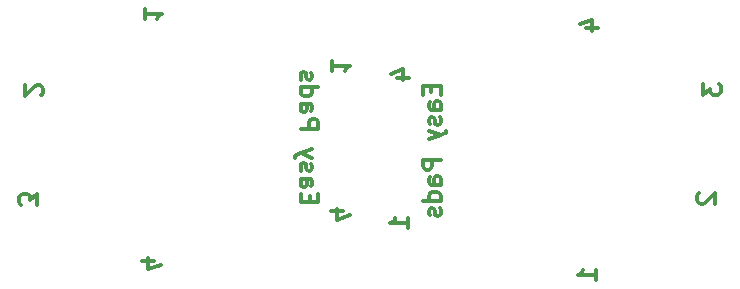
<source format=gbo>
G04 #@! TF.FileFunction,Legend,Bot*
%FSLAX46Y46*%
G04 Gerber Fmt 4.6, Leading zero omitted, Abs format (unit mm)*
G04 Created by KiCad (PCBNEW 4.0.3-stable) date 03/15/17 04:31:11*
%MOMM*%
%LPD*%
G01*
G04 APERTURE LIST*
%ADD10C,0.100000*%
%ADD11C,0.300000*%
G04 APERTURE END LIST*
D10*
D11*
X114692857Y-55535714D02*
X114692857Y-56035714D01*
X115478571Y-56250000D02*
X115478571Y-55535714D01*
X113978571Y-55535714D01*
X113978571Y-56250000D01*
X115478571Y-57535714D02*
X114692857Y-57535714D01*
X114550000Y-57464285D01*
X114478571Y-57321428D01*
X114478571Y-57035714D01*
X114550000Y-56892857D01*
X115407143Y-57535714D02*
X115478571Y-57392857D01*
X115478571Y-57035714D01*
X115407143Y-56892857D01*
X115264286Y-56821428D01*
X115121429Y-56821428D01*
X114978571Y-56892857D01*
X114907143Y-57035714D01*
X114907143Y-57392857D01*
X114835714Y-57535714D01*
X115407143Y-58178571D02*
X115478571Y-58321428D01*
X115478571Y-58607143D01*
X115407143Y-58750000D01*
X115264286Y-58821428D01*
X115192857Y-58821428D01*
X115050000Y-58750000D01*
X114978571Y-58607143D01*
X114978571Y-58392857D01*
X114907143Y-58250000D01*
X114764286Y-58178571D01*
X114692857Y-58178571D01*
X114550000Y-58250000D01*
X114478571Y-58392857D01*
X114478571Y-58607143D01*
X114550000Y-58750000D01*
X114478571Y-59321429D02*
X115478571Y-59678572D01*
X114478571Y-60035714D02*
X115478571Y-59678572D01*
X115835714Y-59535714D01*
X115907143Y-59464286D01*
X115978571Y-59321429D01*
X115478571Y-61750000D02*
X113978571Y-61750000D01*
X113978571Y-62321428D01*
X114050000Y-62464286D01*
X114121429Y-62535714D01*
X114264286Y-62607143D01*
X114478571Y-62607143D01*
X114621429Y-62535714D01*
X114692857Y-62464286D01*
X114764286Y-62321428D01*
X114764286Y-61750000D01*
X115478571Y-63892857D02*
X114692857Y-63892857D01*
X114550000Y-63821428D01*
X114478571Y-63678571D01*
X114478571Y-63392857D01*
X114550000Y-63250000D01*
X115407143Y-63892857D02*
X115478571Y-63750000D01*
X115478571Y-63392857D01*
X115407143Y-63250000D01*
X115264286Y-63178571D01*
X115121429Y-63178571D01*
X114978571Y-63250000D01*
X114907143Y-63392857D01*
X114907143Y-63750000D01*
X114835714Y-63892857D01*
X115478571Y-65250000D02*
X113978571Y-65250000D01*
X115407143Y-65250000D02*
X115478571Y-65107143D01*
X115478571Y-64821429D01*
X115407143Y-64678571D01*
X115335714Y-64607143D01*
X115192857Y-64535714D01*
X114764286Y-64535714D01*
X114621429Y-64607143D01*
X114550000Y-64678571D01*
X114478571Y-64821429D01*
X114478571Y-65107143D01*
X114550000Y-65250000D01*
X115407143Y-65892857D02*
X115478571Y-66035714D01*
X115478571Y-66321429D01*
X115407143Y-66464286D01*
X115264286Y-66535714D01*
X115192857Y-66535714D01*
X115050000Y-66464286D01*
X114978571Y-66321429D01*
X114978571Y-66107143D01*
X114907143Y-65964286D01*
X114764286Y-65892857D01*
X114692857Y-65892857D01*
X114550000Y-65964286D01*
X114478571Y-66107143D01*
X114478571Y-66321429D01*
X114550000Y-66464286D01*
X112728571Y-67578572D02*
X112728571Y-66721429D01*
X112728571Y-67150001D02*
X111228571Y-67150001D01*
X111442857Y-67007144D01*
X111585714Y-66864286D01*
X111657143Y-66721429D01*
X111828571Y-54835715D02*
X112828571Y-54835715D01*
X111257143Y-54478572D02*
X112328571Y-54121429D01*
X112328571Y-55050001D01*
X128628571Y-71978572D02*
X128628571Y-71121429D01*
X128628571Y-71550001D02*
X127128571Y-71550001D01*
X127342857Y-71407144D01*
X127485714Y-71264286D01*
X127557143Y-71121429D01*
X137371429Y-64621429D02*
X137300000Y-64692858D01*
X137228571Y-64835715D01*
X137228571Y-65192858D01*
X137300000Y-65335715D01*
X137371429Y-65407144D01*
X137514286Y-65478572D01*
X137657143Y-65478572D01*
X137871429Y-65407144D01*
X138728571Y-64550001D01*
X138728571Y-65478572D01*
X137728571Y-55350001D02*
X137728571Y-56278572D01*
X138300000Y-55778572D01*
X138300000Y-55992858D01*
X138371429Y-56135715D01*
X138442857Y-56207144D01*
X138585714Y-56278572D01*
X138942857Y-56278572D01*
X139085714Y-56207144D01*
X139157143Y-56135715D01*
X139228571Y-55992858D01*
X139228571Y-55564286D01*
X139157143Y-55421429D01*
X139085714Y-55350001D01*
X127828571Y-50635715D02*
X128828571Y-50635715D01*
X127257143Y-50278572D02*
X128328571Y-49921429D01*
X128328571Y-50850001D01*
X91221429Y-70314285D02*
X90221429Y-70314285D01*
X91792857Y-70671428D02*
X90721429Y-71028571D01*
X90721429Y-70099999D01*
X81321429Y-65599999D02*
X81321429Y-64671428D01*
X80750000Y-65171428D01*
X80750000Y-64957142D01*
X80678571Y-64814285D01*
X80607143Y-64742856D01*
X80464286Y-64671428D01*
X80107143Y-64671428D01*
X79964286Y-64742856D01*
X79892857Y-64814285D01*
X79821429Y-64957142D01*
X79821429Y-65385714D01*
X79892857Y-65528571D01*
X79964286Y-65599999D01*
X81678571Y-56328571D02*
X81750000Y-56257142D01*
X81821429Y-56114285D01*
X81821429Y-55757142D01*
X81750000Y-55614285D01*
X81678571Y-55542856D01*
X81535714Y-55471428D01*
X81392857Y-55471428D01*
X81178571Y-55542856D01*
X80321429Y-56399999D01*
X80321429Y-55471428D01*
X90421429Y-48971428D02*
X90421429Y-49828571D01*
X90421429Y-49399999D02*
X91921429Y-49399999D01*
X91707143Y-49542856D01*
X91564286Y-49685714D01*
X91492857Y-49828571D01*
X107221429Y-66114285D02*
X106221429Y-66114285D01*
X107792857Y-66471428D02*
X106721429Y-66828571D01*
X106721429Y-65899999D01*
X106321429Y-53371428D02*
X106321429Y-54228571D01*
X106321429Y-53799999D02*
X107821429Y-53799999D01*
X107607143Y-53942856D01*
X107464286Y-54085714D01*
X107392857Y-54228571D01*
X104407143Y-65364286D02*
X104407143Y-64864286D01*
X103621429Y-64650000D02*
X103621429Y-65364286D01*
X105121429Y-65364286D01*
X105121429Y-64650000D01*
X103621429Y-63364286D02*
X104407143Y-63364286D01*
X104550000Y-63435715D01*
X104621429Y-63578572D01*
X104621429Y-63864286D01*
X104550000Y-64007143D01*
X103692857Y-63364286D02*
X103621429Y-63507143D01*
X103621429Y-63864286D01*
X103692857Y-64007143D01*
X103835714Y-64078572D01*
X103978571Y-64078572D01*
X104121429Y-64007143D01*
X104192857Y-63864286D01*
X104192857Y-63507143D01*
X104264286Y-63364286D01*
X103692857Y-62721429D02*
X103621429Y-62578572D01*
X103621429Y-62292857D01*
X103692857Y-62150000D01*
X103835714Y-62078572D01*
X103907143Y-62078572D01*
X104050000Y-62150000D01*
X104121429Y-62292857D01*
X104121429Y-62507143D01*
X104192857Y-62650000D01*
X104335714Y-62721429D01*
X104407143Y-62721429D01*
X104550000Y-62650000D01*
X104621429Y-62507143D01*
X104621429Y-62292857D01*
X104550000Y-62150000D01*
X104621429Y-61578571D02*
X103621429Y-61221428D01*
X104621429Y-60864286D02*
X103621429Y-61221428D01*
X103264286Y-61364286D01*
X103192857Y-61435714D01*
X103121429Y-61578571D01*
X103621429Y-59150000D02*
X105121429Y-59150000D01*
X105121429Y-58578572D01*
X105050000Y-58435714D01*
X104978571Y-58364286D01*
X104835714Y-58292857D01*
X104621429Y-58292857D01*
X104478571Y-58364286D01*
X104407143Y-58435714D01*
X104335714Y-58578572D01*
X104335714Y-59150000D01*
X103621429Y-57007143D02*
X104407143Y-57007143D01*
X104550000Y-57078572D01*
X104621429Y-57221429D01*
X104621429Y-57507143D01*
X104550000Y-57650000D01*
X103692857Y-57007143D02*
X103621429Y-57150000D01*
X103621429Y-57507143D01*
X103692857Y-57650000D01*
X103835714Y-57721429D01*
X103978571Y-57721429D01*
X104121429Y-57650000D01*
X104192857Y-57507143D01*
X104192857Y-57150000D01*
X104264286Y-57007143D01*
X103621429Y-55650000D02*
X105121429Y-55650000D01*
X103692857Y-55650000D02*
X103621429Y-55792857D01*
X103621429Y-56078571D01*
X103692857Y-56221429D01*
X103764286Y-56292857D01*
X103907143Y-56364286D01*
X104335714Y-56364286D01*
X104478571Y-56292857D01*
X104550000Y-56221429D01*
X104621429Y-56078571D01*
X104621429Y-55792857D01*
X104550000Y-55650000D01*
X103692857Y-55007143D02*
X103621429Y-54864286D01*
X103621429Y-54578571D01*
X103692857Y-54435714D01*
X103835714Y-54364286D01*
X103907143Y-54364286D01*
X104050000Y-54435714D01*
X104121429Y-54578571D01*
X104121429Y-54792857D01*
X104192857Y-54935714D01*
X104335714Y-55007143D01*
X104407143Y-55007143D01*
X104550000Y-54935714D01*
X104621429Y-54792857D01*
X104621429Y-54578571D01*
X104550000Y-54435714D01*
M02*

</source>
